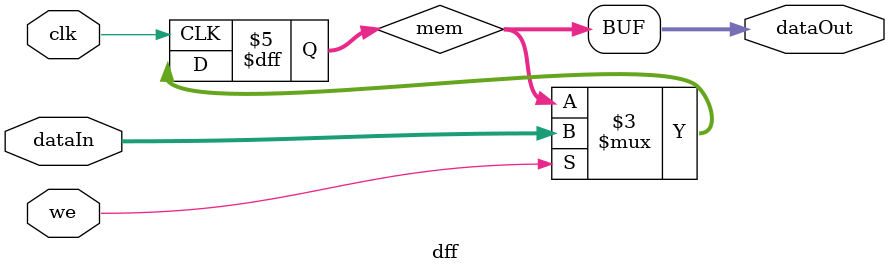
<source format=v>

module dff
#(parameter width = 8)
(
input               clk,                // FPGA Clock
input               we,					// write enable
input  [width-1:0]  dataIn,     // Load shift reg in parallel
output [width-1:0]  dataOut     // Shift reg data contents
);

    reg [width-1:0]      mem;
    always @(posedge clk) begin
        if (we == 1)
            mem <= dataIn;
    end
    assign dataOut = mem[width-1:0];

endmodule

</source>
